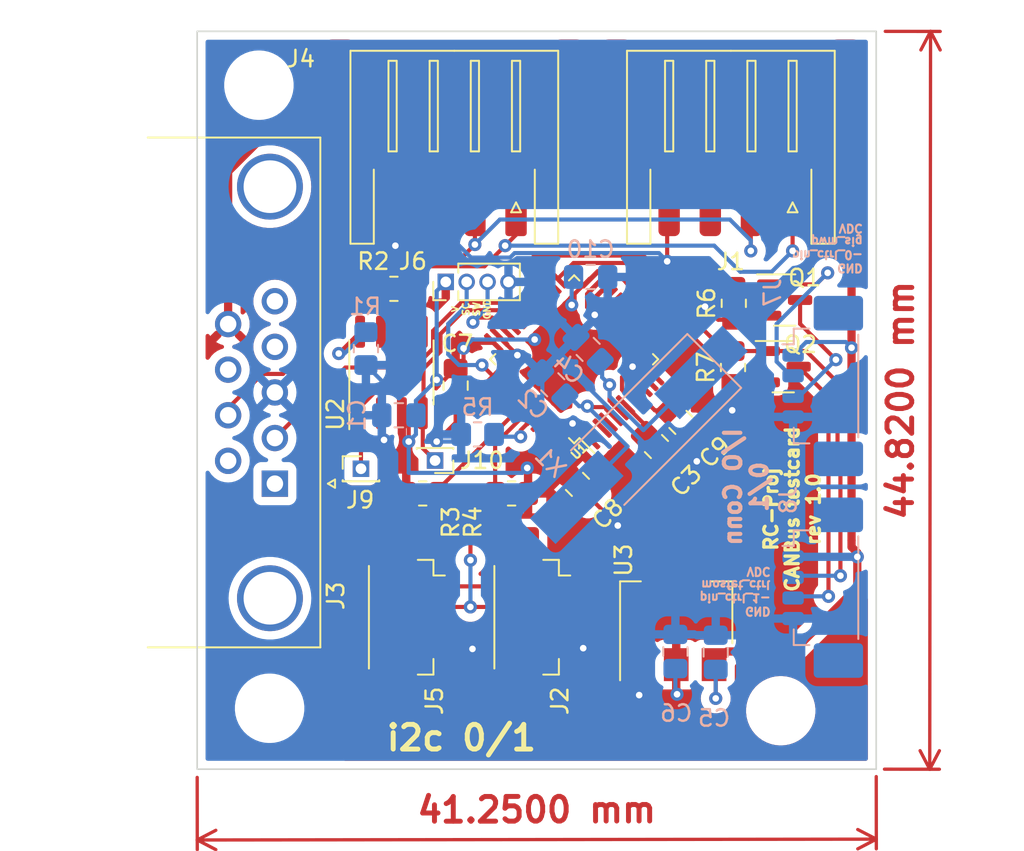
<source format=kicad_pcb>
(kicad_pcb (version 20211014) (generator pcbnew)
  (title_block (title "RC-Project CAN-Card") (date "2022-11-04") (rev "1.0") (company "Max-IT AS") (comment 1 "Asbjørn Stokka") (comment 2 "Bachelor project"))
  (layers (0 "F.Cu" signal) (31 "B.Cu" signal) (34 "B.Paste" user) (35 "F.Paste" user) (36 "B.SilkS" user "B.Silkscreen") (37 "F.SilkS" user "F.Silkscreen") (38 "B.Mask" user) (39 "F.Mask" user) (44 "Edge.Cuts" user))
  (net 0 "")
  (net 1 "GND")
  (net 2 "+3V3")
  (net 3 "/SCL")
  (net 4 "/SDA")
  (net 6 "/CANL")
  (net 10 "/CANH")
  (net 12 "VSS")
  (net 13 "Net-(R1-Pad2)")
  (net 18 "Net-(U1-Pad5)")
  (net 19 "Net-(U1-Pad7)")
  (net 20 "Net-(U1-Pad6)")
  (net 34 "VDC")
  (net 35 "Net-(U1-Pad44)")
  (net 40 "/mosfet_control")
  (net 41 "/pwm_sig_out")
  (net 43 "/SWDIO")
  (net 44 "/SWCLK")
  (net 49 "/pin_ctrl_0-")
  (net 50 "/pin_ctrl_1-")
  (net 53 "/STM_can_Tx")
  (net 54 "/STM_can_Rx")
  (footprint "Resistor_SMD:R_0805_2012Metric_Pad1.20x1.40mm_HandSolder" (layer "F.Cu") (at 162.75 76.3 90)
    (fp_text reference "R7")
    (fp_text value "10K")
  )
  (footprint "Resistor_SMD:R_0805_2012Metric_Pad1.20x1.40mm_HandSolder" (layer "F.Cu") (at 149.3 83.95)
    (fp_text reference "R4")
    (fp_text value "10K")
  )
  (footprint "Connector_PinHeader_1.27mm:PinHeader_1x01_P1.27mm_Vertical" (layer "F.Cu") (at 140.15 82.45)
    (fp_text reference "J9")
    (fp_text value "Conn_01x01")
  )
  (footprint "Connector_Dsub:DSUB-9_Female_Horizontal_P2.77x2.84mm_EdgePinOffset4.94mm_Housed_MountingHolesOffset7.48mm" (layer "F.Cu") (at 134.92 83.355 -90)
    (fp_text reference "J3")
    (fp_text value "Conn_01x09_Shielded")
  )
  (footprint "Resistor_SMD:R_0805_2012Metric_Pad1.20x1.40mm_HandSolder" (layer "F.Cu") (at 142.15 71.52)
    (fp_text reference "R2")
    (fp_text value "120")
  )
  (footprint "Resistor_SMD:R_0805_2012Metric_Pad1.20x1.40mm_HandSolder" (layer "F.Cu") (at 162.7975 72.4 90)
    (fp_text reference "R6")
    (fp_text value "10K")
  )
  (footprint "Package_SO:SOIC-8_3.9x4.9mm_P1.27mm" (layer "F.Cu") (at 142 76.6 90)
    (fp_text reference "U2")
    (fp_text value "MCP2551-I-SN")
  )
  (footprint "Capacitor_SMD:C_0805_2012Metric_Pad1.18x1.45mm_HandSolder" (layer "F.Cu") (at 153.3 83.4 135)
    (fp_text reference "C8")
    (fp_text value "100nF")
  )
  (footprint "Connector_PinHeader_1.27mm:PinHeader_1x01_P1.27mm_Vertical" (layer "F.Cu") (at 144.65 81.95 180)
    (fp_text reference "J10")
    (fp_text value "Conn_01x01")
  )
  (footprint "Connector_Molex:Molex_PicoBlade_53398-0471_1x04-1MP_P1.25mm_Vertical" (layer "F.Cu") (at 150.9625 91.47 -90)
    (fp_text reference "J2")
    (fp_text value "Conn_01x04")
  )
  (footprint "Capacitor_SMD:C_0805_2012Metric_Pad1.18x1.45mm_HandSolder" (layer "F.Cu") (at 159.583623 79.633623 135)
    (fp_text reference "C9")
    (fp_text value "100nF")
  )
  (footprint "MountingHole:MountingHole_3.2mm_M3" (layer "F.Cu") (at 134.6 97)
    (fp_text reference "H3" hide)
    (fp_text value "MountingHole")
  )
  (footprint "Package_TO_SOT_SMD:SOT-23" (layer "F.Cu") (at 165.8 76.25)
    (fp_text reference "Q2")
    (fp_text value "IRLML2030TRPBF")
  )
  (footprint "Connector_PinHeader_1.27mm:PinHeader_1x04_P1.27mm_Vertical" (layer "F.Cu") (at 145.3 71.1 90)
    (fp_text reference "J6")
    (fp_text value "Conn_01x04")
  )
  (footprint "Package_TO_SOT_SMD:SOT-23" (layer "F.Cu") (at 165.8875 72.2)
    (fp_text reference "Q1")
    (fp_text value "IRLML2030TRPBF")
  )
  (footprint "project_lib:JST_XH_S4B-XH-A-1_1x04_P2.50mm_Horizontal-SMD" (layer "F.Cu") (at 166.37 64.77 180)
    (fp_text reference "J1")
    (fp_text value "Conn_01x04")
  )
  (footprint "Connector_Molex:Molex_PicoBlade_53398-0471_1x04-1MP_P1.25mm_Vertical" (layer "F.Cu") (at 143.3425 91.47 -90)
    (fp_text reference "J5")
    (fp_text value "Conn_01x04")
  )
  (footprint "Capacitor_SMD:C_0805_2012Metric_Pad1.18x1.45mm_HandSolder" (layer "F.Cu") (at 158.1 81.1 135)
    (fp_text reference "C3")
    (fp_text value "0.1uF")
  )
  (footprint "Package_TO_SOT_SMD:SOT-223" (layer "F.Cu") (at 159.3 91.2 90)
    (fp_text reference "U3")
    (fp_text value "TLV1117-33")
  )
  (footprint "Resistor_SMD:R_0805_2012Metric_Pad1.20x1.40mm_HandSolder" (layer "F.Cu") (at 143.9 83.95 180)
    (fp_text reference "R3")
    (fp_text value "10K")
  )
  (footprint "MountingHole:MountingHole_3.2mm_M3" (layer "F.Cu") (at 165.65 97.15)
    (fp_text reference "H1" hide)
    (fp_text value "MountingHole")
  )
  (footprint "MountingHole:MountingHole_3.2mm_M3" (layer "F.Cu") (at 133.95 59.15)
    (fp_text reference "H2" hide)
    (fp_text value "MountingHole")
  )
  (footprint "Package_QFP:LQFP-48_7x7mm_P0.5mm" (layer "F.Cu") (at 153.1 75.8 135)
    (fp_text reference "U1")
    (fp_text value "STM32F103C6Tx")
  )
  (footprint "Capacitor_SMD:C_0805_2012Metric_Pad1.18x1.45mm_HandSolder" (layer "F.Cu") (at 145.9 77.4 90)
    (fp_text reference "C7")
    (fp_text value "100nF")
  )
  (footprint "project_lib:JST_XH_S4B-XH-A-1_1x04_P2.50mm_Horizontal-SMD" (layer "F.Cu") (at 149.57 64.77 180)
    (fp_text reference "J4")
    (fp_text value "Conn_01x04")
  )
  (footprint "Capacitor_SMD:C_0805_2012Metric_Pad1.18x1.45mm_HandSolder" (layer "B.Cu") (at 161.7 93.6 -90)
    (fp_text reference "C5")
    (fp_text value "100nF")
  )
  (footprint "Connector_Molex:Molex_PicoBlade_53398-0471_1x04-1MP_P1.25mm_Vertical" (layer "B.Cu") (at 167.65 89.675 -90)
    (fp_text reference "J8")
    (fp_text value "Conn_01x04")
  )
  (footprint "Capacitor_SMD:C_0805_2012Metric_Pad1.18x1.45mm_HandSolder" (layer "B.Cu") (at 151.8 77.35 -45)
    (fp_text reference "C2")
    (fp_text value "10pF")
  )
  (footprint "Capacitor_SMD:C_0805_2012Metric_Pad1.18x1.45mm_HandSolder" (layer "B.Cu") (at 154.1 70.8 180)
    (fp_text reference "C10")
    (fp_text value "100nF")
  )
  (footprint "Capacitor_SMD:C_0805_2012Metric_Pad1.18x1.45mm_HandSolder" (layer "B.Cu") (at 142.45 79.2)
    (fp_text reference "C1")
    (fp_text value "0.1uF")
  )
  (footprint "project_lib:Crystal_SMD_8mhz_HandSoldering" (layer "B.Cu") (at 157.1 80.3 -135)
    (fp_text reference "X1")
    (fp_text value "8MHz")
  )
  (footprint "Resistor_SMD:R_0805_2012Metric_Pad1.20x1.40mm_HandSolder" (layer "B.Cu") (at 147.235 80.365 180)
    (fp_text reference "R5")
    (fp_text value "10K")
  )
  (footprint "Connector_Molex:Molex_PicoBlade_53398-0471_1x04-1MP_P1.25mm_Vertical" (layer "B.Cu") (at 167.65 77.425 -90)
    (fp_text reference "J7")
    (fp_text value "Conn_01x04")
  )
  (footprint "Resistor_SMD:R_0805_2012Metric_Pad1.20x1.40mm_HandSolder" (layer "B.Cu") (at 140.45 75.15 90)
    (fp_text reference "R1")
    (fp_text value "1K")
  )
  (footprint "Capacitor_SMD:C_0805_2012Metric_Pad1.18x1.45mm_HandSolder" (layer "B.Cu") (at 159.25 93.55 -90)
    (fp_text reference "C6")
    (fp_text value "100nF")
  )
  (footprint "Capacitor_SMD:C_0805_2012Metric_Pad1.18x1.45mm_HandSolder" (layer "B.Cu") (at 153.95 75.2 -45)
    (fp_text reference "C4")
    (fp_text value "10pF")
  )
  (gr_rect (start 171.45 55.88) (end 130.2 100.7) (layer "Edge.Cuts") (width 0.1) (fill none))
  (gr_text "GND\npin_ctrl_0-\npwm_sig\nVDC" (at 170.7 69.05 180) (layer "B.SilkS") (effects (font (size 0.5 0.5) (thickness 0.125)) (justify right mirror)))
  (gr_text "I/O Conn\n0/1" (at 163.55 83.55 90) (layer "B.SilkS") (effects (font (size 1 1) (thickness 0.25)) (justify mirror)))
  (gr_text "GND\npin_ctrl_1-\nmosfet_ctrl\nVDC" (at 165.1 89.9 180) (layer "B.SilkS") (effects (font (size 0.5 0.5) (thickness 0.125)) (justify right mirror)))
  (gr_text "i2c 0/1" (at 146.25 98.8) (layer "F.SilkS") (effects (font (size 1.5 1.5) (thickness 0.3))))
  (gr_text "V\nSC\nSW\nGND" (at 146.85 72.75 90) (layer "F.SilkS") (effects (font (size 0.4 0.4) (thickness 0.1))))
  (gr_text "RC-Proj\nCANBus testcard\nrev 1.0" (at 166.35 84.9 90) (layer "F.SilkS") (effects (font (size 0.8 0.8) (thickness 0.2))))
  (dimension (type aligned) (layer "F.Cu") (pts (xy 171.5 55.88) (xy 171.45 100.7)) (height -3.249886) (gr_text "44,8200 mm" (at 172.924885 78.291617 89.93608238) (layer "F.Cu") (effects (font (size 1.5 1.5) (thickness 0.3)))) (format (units 3) (units_format 1) (precision 4)) (style (thickness 0.2) (arrow_length 1.27) (text_position_mode 0) (extension_height 0.58642) (extension_offset 0.5) keep_text_aligned))
  (dimension (type aligned) (layer "F.Cu") (pts (xy 171.45 100.65) (xy 130.2 100.7)) (height -4.300602) (gr_text "41,2500 mm" (at 150.828031 103.1756 0.0694493957) (layer "F.Cu") (effects (font (size 1.5 1.5) (thickness 0.3)))) (format (units 3) (units_format 1) (precision 4)) (style (thickness 0.2) (arrow_length 1.27) (text_position_mode 0) (extension_height 0.58642) (extension_offset 0.5) keep_text_aligned))
  (segment (start 145.9 79.65) (end 144.75 80.8) (width 0.25) (layer "F.Cu") (net 1))
  (segment (start 153.884404 71.833616) (end 154.452342 71.265678) (width 0.25) (layer "F.Cu") (net 1))
  (segment (start 148.565678 74.447658) (end 148.565678 74.465678) (width 0.25) (layer "F.Cu") (net 1))
  (segment (start 141.515 80.665) (end 141.55 80.7) (width 0.25) (layer "F.Cu") (net 1))
  (segment (start 162.75 77.3) (end 162.75 78.85) (width 0.25) (layer "F.Cu") (net 1))
  (segment (start 156.005724 77.645064) (end 156.573662 78.213002) (width 0.25) (layer "F.Cu") (net 1))
  (segment (start 152.2125 93.345) (end 153.645 93.345) (width 0.25) (layer "F.Cu") (net 1))
  (segment (start 158.75 66.19) (end 158.75 69.85) (width 0.25) (layer "F.Cu") (net 1))
  (segment (start 160.317246 80.932754) (end 159.9 81.35) (width 0.25) (layer "F.Cu") (net 1))
  (segment (start 164.8625 77.2) (end 162.85 77.2) (width 0.25) (layer "F.Cu") (net 1))
  (segment (start 146.9225 93.395) (end 152.1625 93.395) (width 0.25) (layer "F.Cu") (net 1))
  (segment (start 159.9 81.35) (end 160.55 82) (width 0.25) (layer "F.Cu") (net 1))
  (segment (start 157 94.35) (end 157 96.15) (width 0.25) (layer "F.Cu") (net 1))
  (segment (start 162.7975 73.4) (end 161.85 73.4) (width 0.25) (layer "F.Cu") (net 1))
  (segment (start 157 96.15) (end 157.05 96.2) (width 0.25) (layer "F.Cu") (net 1))
  (segment (start 152.1625 93.395) (end 152.2125 93.345) (width 0.25) (layer "F.Cu") (net 1))
  (segment (start 158.87 66.07) (end 158.75 66.19) (width 0.25) (layer "F.Cu") (net 1))
  (segment (start 156.64793 76.24793) (end 156.005724 76.890136) (width 0.25) (layer "F.Cu") (net 1))
  (segment (start 154.35 73.1) (end 153.884404 72.634404) (width 0.25) (layer "F.Cu") (net 1))
  (segment (start 162.85 77.2) (end 162.75 77.3) (width 0.25) (layer "F.Cu") (net 1))
  (segment (start 163.0475 73.15) (end 162.7975 73.4) (width 0.25) (layer "F.Cu") (net 1))
  (segment (start 154.033623 84.133623) (end 154.033623 84.183623) (width 0.25) (layer "F.Cu") (net 1))
  (segment (start 142.07 68.73) (end 142.07 66.07) (width 0.25) (layer "F.Cu") (net 1))
  (segment (start 159.05 81.35) (end 159.9 81.35) (width 0.25) (layer "F.Cu") (net 1))
  (segment (start 144.6425 93.395) (end 144.5925 93.345) (width 0.25) (layer "F.Cu") (net 1))
  (segment (start 152.38405 79.69793) (end 151.747658 80.334322) (width 0.25) (layer "F.Cu") (net 1))
  (segment (start 154.033623 84.183623) (end 155.75 85.9) (width 0.25) (layer "F.Cu") (net 1))
  (segment (start 156.005724 76.890136) (end 156.005724 77.645064) (width 0.25) (layer "F.Cu") (net 1))
  (segment (start 148.565678 74.465678) (end 149.65 75.55) (width 0.25) (layer "F.Cu") (net 1))
  (segment (start 141.515 79.075) (end 141.515 80.665) (width 0.25) (layer "F.Cu") (net 1))
  (segment (start 142.24 68.9) (end 142.07 68.73) (width 0.25) (layer "F.Cu") (net 1))
  (segment (start 145.9 78.4375) (end 145.9 79.65) (width 0.25) (layer "F.Cu") (net 1))
  (segment (start 162.75 78.85) (end 162.7 78.9) (width 0.25) (layer "F.Cu") (net 1))
  (segment (start 153.00207 79.69793) (end 152.38405 79.69793) (width 0.25) (layer "F.Cu") (net 1))
  (segment (start 153.645 93.345) (end 153.65 93.35) (width 0.25) (layer "F.Cu") (net 1))
  (segment (start 160.317246 80.367246) (end 160.317246 80.932754) (width 0.25) (layer "F.Cu") (net 1))
  (segment (start 161.85 73.4) (end 161.05 72.6) (width 0.25) (layer "F.Cu") (net 1))
  (segment (start 153.884404 72.634404) (end 153.884404 71.833616) (width 0.25) (layer "F.Cu") (net 1))
  (segment (start 164.95 73.15) (end 163.0475 73.15) (width 0.25) (layer "F.Cu") (net 1))
  (segment (start 146.9225 93.395) (end 144.6425 93.395) (width 0.25) (layer "F.Cu") (net 1))
  (via (at 153.65 93.35) (size 0.8) (drill 0.4) (layers "F.Cu" "B.Cu") (net 1))
  (via (at 162.7 78.9) (size 0.8) (drill 0.4) (layers "F.Cu" "B.Cu") (net 1))
  (via (at 153.00207 79.69793) (size 0.8) (drill 0.4) (layers "F.Cu" "B.Cu") (net 1))
  (via (at 161.05 72.6) (size 0.8) (drill 0.4) (layers "F.Cu" "B.Cu") (net 1))
  (via (at 155.75 85.9) (size 0.8) (drill 0.4) (layers "F.Cu" "B.Cu") (net 1))
  (via (at 158.75 69.85) (size 0.8) (drill 0.4) (layers "F.Cu" "B.Cu") (net 1))
  (via (at 142.24 68.9) (size 0.8) (drill 0.4) (layers "F.Cu" "B.Cu") (net 1))
  (via (at 141.55 80.7) (size 0.8) (drill 0.4) (layers "F.Cu" "B.Cu") (net 1))
  (via (at 154.35 73.1) (size 0.8) (drill 0.4) (layers "F.Cu" "B.Cu") (net 1))
  (via (at 156.64793 76.24793) (size 0.8) (drill 0.4) (layers "F.Cu" "B.Cu") (net 1))
  (via (at 160.55 82) (size 0.8) (drill 0.4) (layers "F.Cu" "B.Cu") (net 1))
  (via (at 146.9225 93.395) (size 0.8) (drill 0.4) (layers "F.Cu" "B.Cu") (net 1))
  (via (at 149.65 75.55) (size 0.8) (drill 0.4) (layers "F.Cu" "B.Cu") (net 1))
  (via (at 144.75 80.8) (size 0.8) (drill 0.4) (layers "F.Cu" "B.Cu") (net 1))
  (via (at 157.05 96.2) (size 0.8) (drill 0.4) (layers "F.Cu" "B.Cu") (net 1))
  (segment (start 152.34793 79.69793) (end 151.166377 78.516377) (width 0.25) (layer "B.Cu") (net 1))
  (segment (start 146.114695 68.9) (end 146.837195 69.6225) (width 0.25) (layer "B.Cu") (net 1))
  (segment (start 141.55 77.25) (end 140.45 76.15) (width 0.25) (layer "B.Cu") (net 1))
  (segment (start 153.00207 79.69793) (end 152.34793 79.69793) (width 0.25) (layer "B.Cu") (net 1))
  (segment (start 142.24 68.9) (end 146.114695 68.9) (width 0.25) (layer "B.Cu") (net 1))
  (segment (start 151.166377 78.516377) (end 151.166377 76.416377) (width 0.25) (layer "B.Cu") (net 1))
  (segment (start 158.75 70.3) (end 158.75 69.85) (width 0.25) (layer "B.Cu") (net 1))
  (segment (start 149.482805 69.3475) (end 158.2475 69.3475) (width 0.25) (layer "B.Cu") (net 1))
  (segment (start 146.837195 69.6225) (end 149.207805 69.6225) (width 0.25) (layer "B.Cu") (net 1))
  (segment (start 158.2475 69.3475) (end 158.75 69.85) (width 0.25) (layer "B.Cu") (net 1))
  (segment (start 149.207805 69.6225) (end 149.482805 69.3475) (width 0.25) (layer "B.Cu") (net 1))
  (segment (start 153.85 77.4) (end 157.7 81.25) (width 0.25) (layer "B.Cu") (net 1))
  (segment (start 145.8 80.8) (end 146.235 80.365) (width 0.25) (layer "B.Cu") (net 1))
  (segment (start 161.05 72.6) (end 158.75 70.3) (width 0.25) (layer "B.Cu") (net 1))
  (segment (start 141.55 80.7) (end 141.55 77.25) (width 0.25) (layer "B.Cu") (net 1))
  (segment (start 144.75 80.8) (end 145.8 80.8) (width 0.25) (layer "B.Cu") (net 1))
  (segment (start 152.95 72) (end 152.95 72.5) (width 0.25) (layer "F.Cu") (net 2))
  (segment (start 156.959449 77.859449) (end 158 78.9) (width 0.25) (layer "F.Cu") (net 2))
  (segment (start 154.037876 70.912124) (end 153.2 71.75) (width 0.25) (layer "F.Cu") (net 2))
  (segment (start 150.25 82.4) (end 150.25 83.9) (width 0.25) (layer "F.Cu") (net 2))
  (segment (start 152.3 82.4) (end 152.566377 82.666377) (width 0.25) (layer "F.Cu") (net 2))
  (segment (start 142.9 83.95) (end 142.9 80.95) (width 0.25) (layer "F.Cu") (net 2))
  (segment (start 143.05 80.8) (end 143.05 79.34) (width 0.25) (layer "F.Cu") (net 2))
  (segment (start 154.098788 70.912124) (end 154.037876 70.912124) (width 0.25) (layer "F.Cu") (net 2))
  (segment (start 143.05 79.34) (end 142.785 79.075) (width 0.25) (layer "F.Cu") (net 2))
  (segment (start 150.7 74.6) (end 150.85 74.6) (width 0.25) (layer "F.Cu") (net 2))
  (segment (start 146.709784 74.801212) (end 148.212124 74.801212) (width 0.25) (layer "F.Cu") (net 2))
  (segment (start 146.380498 75.882002) (end 145.9 76.3625) (width 0.25) (layer "F.Cu") (net 2))
  (segment (start 159.3 94.35) (end 159.3 96.1) (width 0.25) (layer "F.Cu") (net 2))
  (segment (start 142.9 80.95) (end 143.05 80.8) (width 0.25) (layer "F.Cu") (net 2))
  (segment (start 145.2125 77.05) (end 145.9 76.3625) (width 0.25) (layer "F.Cu") (net 2))
  (segment (start 146.380498 75.130498) (end 146.709784 74.801212) (width 0.25) (layer "F.Cu") (net 2))
  (segment (start 144.75 77.05) (end 145.2125 77.05) (width 0.25) (layer "F.Cu") (net 2))
  (segment (start 159.3 96.1) (end 159.35 96.15) (width 0.25) (layer "F.Cu") (net 2))
  (segment (start 152.101212 80.687876) (end 152.101212 82.201212) (width 0.25) (layer "F.Cu") (net 2))
  (segment (start 150.25 82.4) (end 152.3 82.4) (width 0.25) (layer "F.Cu") (net 2))
  (segment (start 150.85 74.6) (end 152.95 72.5) (width 0.25) (layer "F.Cu") (net 2))
  (segment (start 153.2 71.75) (end 152.95 72) (width 0.25) (layer "F.Cu") (net 2))
  (segment (start 156.927215 77.859449) (end 156.959449 77.859449) (width 0.25) (layer "F.Cu") (net 2))
  (segment (start 150.25 83.9) (end 150.3 83.95) (width 0.25) (layer "F.Cu") (net 2))
  (segment (start 152.101212 82.201212) (end 152.566377 82.666377) (width 0.25) (layer "F.Cu") (net 2))
  (segment (start 146.380498 75.130498) (end 146.380498 75.882002) (width 0.25) (layer "F.Cu") (net 2))
  (segment (start 158 78.9) (end 158.85 78.9) (width 0.25) (layer "F.Cu") (net 2))
  (via (at 143.05 80.8) (size 0.8) (drill 0.4) (layers "F.Cu" "B.Cu") (net 2))
  (via (at 150.7 74.6) (size 0.8) (drill 0.4) (layers "F.Cu" "B.Cu") (net 2))
  (via (at 152.95 72.5) (size 0.8) (drill 0.4) (layers "F.Cu" "B.Cu") (net 2))
  (via (at 159.35 96.15) (size 0.8) (drill 0.4) (layers "F.Cu" "B.Cu") (net 2))
  (via (at 144.75 77.05) (size 0.8) (drill 0.4) (layers "F.Cu" "B.Cu") (net 2))
  (via (at 146.380498 75.130498) (size 0.8) (drill 0.4) (layers "F.Cu" "B.Cu") (net 2))
  (via (at 150.25 82.4) (size 0.8) (drill 0.4) (layers "F.Cu" "B.Cu") (net 2))
  (segment (start 143.4875 80.3625) (end 143.05 80.8) (width 0.25) (layer "B.Cu") (net 2))
  (segment (start 149.95 82.7) (end 150.25 82.4) (width 0.25) (layer "B.Cu") (net 2))
  (segment (start 143.05 82.7) (end 149.95 82.7) (width 0.25) (layer "B.Cu") (net 2))
  (segment (start 143.4875 78.3125) (end 144.75 77.05) (width 0.25) (layer "B.Cu") (net 2))
  (segment (start 146.910996 74.6) (end 150.7 74.6) (width 0.25) (layer "B.Cu") (net 2))
  (segment (start 143.4875 79.2) (end 143.4875 80.3625) (width 0.25) (layer "B.Cu") (net 2))
  (segment (start 159.25 96.05) (end 159.35 96.15) (width 0.25) (layer "B.Cu") (net 2))
  (segment (start 152.95 70.9125) (end 153.0625 70.8) (width 0.25) (layer "B.Cu") (net 2))
  (segment (start 159.25 94.5875) (end 159.25 96.05) (width 0.25) (layer "B.Cu") (net 2))
  (segment (start 145.3 71.1) (end 144.75 71.65) (width 0.25) (layer "B.Cu") (net 2))
  (segment (start 143.05 80.8) (end 143.05 82.7) (width 0.25) (layer "B.Cu") (net 2))
  (segment (start 144.75 71.65) (end 144.75 77.05) (width 0.25) (layer "B.Cu") (net 2))
  (segment (start 146.380498 75.130498) (end 146.910996 74.6) (width 0.25) (layer "B.Cu") (net 2))
  (segment (start 152.95 72.5) (end 152.95 70.9125) (width 0.25) (layer "B.Cu") (net 2))
  (segment (start 143.4875 79.2) (end 143.4875 78.3125) (width 0.25) (layer "B.Cu") (net 2))
  (segment (start 144.9 89.2875) (end 144.5925 89.595) (width 0.25) (layer "F.Cu") (net 3))
  (segment (start 149.979891 78.566555) (end 144.9 83.646446) (width 0.25) (layer "F.Cu") (net 3))
  (segment (start 152.2125 89.595) (end 152.34 89.595) (width 0.25) (layer "F.Cu") (net 3))
  (segment (start 144.9 83.95) (end 144.9 89.2875) (width 0.25) (layer "F.Cu") (net 3))
  (segment (start 144.9 83.646446) (end 144.9 83.95) (width 0.25) (layer "F.Cu") (net 3))
  (segment (start 144.5625 89.565) (end 144.5925 89.595) (width 0.25) (layer "F.Cu") (net 3))
  (segment (start 144.5925 89.595) (end 152.2125 89.595) (width 0.25) (layer "F.Cu") (net 3))
  (segment (start 144.5925 90.845) (end 146.795 90.845) (width 0.25) (layer "F.Cu") (net 4))
  (segment (start 146.795 90.845) (end 152.2125 90.845) (width 0.25) (layer "F.Cu") (net 4))
  (segment (start 148.3 84.05) (end 147.2 85.15) (width 0.25) (layer "F.Cu") (net 4))
  (segment (start 148.3 83.95) (end 148.3 84.05) (width 0.25) (layer "F.Cu") (net 4))
  (segment (start 147.2 85.15) (end 146.8 85.55) (width 0.25) (layer "F.Cu") (net 4))
  (segment (start 148.3 83.95) (end 148.3 80.953554) (width 0.25) (layer "F.Cu") (net 4))
  (segment (start 146.8 85.55) (end 146.8 88) (width 0.25) (layer "F.Cu") (net 4))
  (segment (start 144.5825 90.835) (end 144.5925 90.845) (width 0.25) (layer "F.Cu") (net 4))
  (segment (start 148.3 80.953554) (end 150.333445 78.920109) (width 0.25) (layer "F.Cu") (net 4))
  (via (at 146.795 90.845) (size 0.8) (drill 0.4) (layers "F.Cu" "B.Cu") (net 4))
  (via (at 146.8 88) (size 0.8) (drill 0.4) (layers "F.Cu" "B.Cu") (net 4))
  (segment (start 146.8 88) (end 146.8 90.84) (width 0.25) (layer "B.Cu") (net 4))
  (segment (start 146.8 90.84) (end 146.795 90.845) (width 0.25) (layer "B.Cu") (net 4))
  (segment (start 142.785 74.125) (end 142.75 74.16) (width 0.25) (layer "F.Cu") (net 6))
  (segment (start 142.75 74.16) (end 142.75 75.7) (width 0.25) (layer "F.Cu") (net 6))
  (segment (start 142.75 75.7) (end 142.15 76.3) (width 0.25) (layer "F.Cu") (net 6))
  (segment (start 143.15 70.55) (end 143.55 70.15) (width 0.25) (layer "F.Cu") (net 6))
  (segment (start 149.57 66.07) (end 149.57 68.235) (width 0.25) (layer "F.Cu") (net 6))
  (segment (start 142.785 74.125) (end 143.15 73.76) (width 0.25) (layer "F.Cu") (net 6))
  (segment (start 143.15 73.76) (end 143.15 71.52) (width 0.25) (layer "F.Cu") (net 6))
  (segment (start 142.15 76.3) (end 139.205 76.3) (width 0.25) (layer "F.Cu") (net 6))
  (segment (start 147.655 70.15) (end 148.9075 68.8975) (width 0.25) (layer "F.Cu") (net 6))
  (segment (start 143.55 70.15) (end 147.655 70.15) (width 0.25) (layer "F.Cu") (net 6))
  (segment (start 143.15 71.52) (end 143.15 70.55) (width 0.25) (layer "F.Cu") (net 6))
  (segment (start 149.57 68.235) (end 148.9075 68.8975) (width 0.25) (layer "F.Cu") (net 6))
  (segment (start 139.205 76.3) (end 134.92 80.585) (width 0.25) (layer "F.Cu") (net 6))
  (segment (start 166.37 69.215) (end 166.37 66.07) (width 0.25) (layer "F.Cu") (net 6))
  (via (at 148.9075 68.8975) (size 0.8) (drill 0.4) (layers "F.Cu" "B.Cu") (net 6))
  (via (at 166.37 69.215) (size 0.8) (drill 0.4) (layers "F.Cu" "B.Cu") (net 6))
  (segment (start 165.1 70.485) (end 166.37 69.215) (width 0.25) (layer "B.Cu") (net 6))
  (segment (start 148.9075 68.8975) (end 161.6075 68.8975) (width 0.25) (layer "B.Cu") (net 6))
  (segment (start 161.6075 68.8975) (end 163.195 70.485) (width 0.25) (layer "B.Cu") (net 6))
  (segment (start 163.195 70.485) (end 165.1 70.485) (width 0.25) (layer "B.Cu") (net 6))
  (segment (start 132.08 79.2) (end 132.275 79.395) (width 0.25) (layer "F.Cu") (net 10))
  (segment (start 163.83 69.215) (end 163.83 66.11) (width 0.25) (layer "F.Cu") (net 10))
  (segment (start 147.07 68.83) (end 146.32 69.58) (width 0.25) (layer "F.Cu") (net 10))
  (segment (start 146.32 69.58) (end 143.09 69.58) (width 0.25) (layer "F.Cu") (net 10))
  (segment (start 147.07 66.07) (end 147.07 68.83) (width 0.25) (layer "F.Cu") (net 10))
  (segment (start 141.515 74.125) (end 141.515 71.885) (width 0.25) (layer "F.Cu") (net 10))
  (segment (start 132.08 78.77) (end 132.08 79.2) (width 0.25) (layer "F.Cu") (net 10))
  (segment (start 143.09 69.58) (end 141.15 71.52) (width 0.25) (layer "F.Cu") (net 10))
  (segment (start 134.16 76.69) (end 132.08 78.77) (width 0.25) (layer "F.Cu") (net 10))
  (segment (start 163.83 66.11) (end 163.87 66.07) (width 0.25) (layer "F.Cu") (net 10))
  (segment (start 140.58 71.52) (end 135.41 76.69) (width 0.25) (layer "F.Cu") (net 10))
  (segment (start 135.41 76.69) (end 134.16 76.69) (width 0.25) (layer "F.Cu") (net 10))
  (segment (start 141.15 71.52) (end 140.58 71.52) (width 0.25) (layer "F.Cu") (net 10))
  (via (at 163.83 69.215) (size 0.8) (drill 0.4) (layers "F.Cu" "B.Cu") (net 10))
  (via (at 147.07 68.83) (size 0.8) (drill 0.4) (layers "F.Cu" "B.Cu") (net 10))
  (segment (start 147.07 68.83) (end 148.59 67.31) (width 0.25) (layer "B.Cu") (net 10))
  (segment (start 148.59 67.31) (end 162.56 67.31) (width 0.25) (layer "B.Cu") (net 10))
  (segment (start 162.56 67.31) (end 163.83 68.58) (width 0.25) (layer "B.Cu") (net 10))
  (segment (start 163.83 68.58) (end 163.83 69.215) (width 0.25) (layer "B.Cu") (net 10))
  (segment (start 140.245 74.125) (end 140.125 74.125) (width 0.25) (layer "F.Cu") (net 13))
  (segment (start 140.125 74.125) (end 138.8 75.45) (width 0.25) (layer "F.Cu") (net 13))
  (via (at 138.8 75.45) (size 0.8) (drill 0.4) (layers "F.Cu" "B.Cu") (net 13))
  (segment (start 139.15 75.45) (end 140.45 74.15) (width 0.25) (layer "B.Cu") (net 13))
  (segment (start 138.8 75.45) (end 139.15 75.45) (width 0.25) (layer "B.Cu") (net 13))
  (segment (start 154.945064 78.705724) (end 153.955724 78.705724) (width 0.25) (layer "F.Cu") (net 18))
  (segment (start 153.955724 78.705724) (end 153.9 78.65) (width 0.25) (layer "F.Cu") (net 18))
  (via (at 153.9 78.65) (size 0.8) (drill 0.4) (layers "F.Cu" "B.Cu") (net 18))
  (segment (start 153.4 78.65) (end 152.633623 77.883623) (width 0.25) (layer "B.Cu") (net 18))
  (segment (start 156.343596 81.093596) (end 153.9 78.65) (width 0.25) (layer "B.Cu") (net 18))
  (segment (start 153.259137 84.178056) (end 156.343596 81.093596) (width 0.25) (layer "B.Cu") (net 18))
  (segment (start 153.9 78.65) (end 153.4 78.65) (width 0.25) (layer "B.Cu") (net 18))
  (segment (start 157.500952 79.882754) (end 157.582754 79.882754) (width 0.25) (layer "F.Cu") (net 19))
  (segment (start 156.220109 78.601911) (end 157.500952 79.882754) (width 0.25) (layer "F.Cu") (net 19))
  (segment (start 156.220109 78.566555) (end 156.220109 78.601911) (width 0.25) (layer "F.Cu") (net 19))
  (segment (start 155.25 77.35) (end 155.25 78.303554) (width 0.25) (layer "F.Cu") (net 20))
  (segment (start 155.25 78.303554) (end 155.866555 78.920109) (width 0.25) (layer "F.Cu") (net 20))
  (via (at 155.25 77.35) (size 0.8) (drill 0.4) (layers "F.Cu" "B.Cu") (net 20))
  (segment (start 155.25 77.35) (end 154.8 76.9) (width 0.25) (layer "B.Cu") (net 20))
  (segment (start 157.3 80.1) (end 157.310748 80.1) (width 0.25) (layer "B.Cu") (net 20))
  (segment (start 155.25 78.05) (end 157.3 80.1) (width 0.25) (layer "B.Cu") (net 20))
  (segment (start 157.310748 80.1) (end 160.80524 76.605508) (width 0.25) (layer "B.Cu") (net 20))
  (segment (start 155.25 77.35) (end 155.25 78.05) (width 0.25) (layer "B.Cu") (net 20))
  (segment (start 154.8 76.9) (end 154.8 76.4) (width 0.25) (layer "B.Cu") (net 20))
  (segment (start 162.4 93.55) (end 166.402082 93.55) (width 0.5) (layer "F.Cu") (net 34))
  (segment (start 169.95 64.7) (end 169.95 75.1) (width 0.5) (layer "F.Cu") (net 34))
  (segment (start 170.3 89.652082) (end 170.3 87.8) (width 0.5) (layer "F.Cu") (net 34))
  (segment (start 145.9 63) (end 160.65 63) (width 0.5) (layer "F.Cu") (net 34))
  (segment (start 132.08 64.390176) (end 134.875176 61.595) (width 0.5) (layer "F.Cu") (net 34))
  (segment (start 144.57 66.07) (end 144.57 64.33) (width 0.5) (layer "F.Cu") (net 34))
  (segment (start 169.95 75.1) (end 169.95 86.8) (width 0.5) (layer "F.Cu") (net 34))
  (segment (start 170.3 87.55) (end 170.3 87.8) (width 0.5) (layer "F.Cu") (net 34))
  (segment (start 169.95 87.2) (end 170.3 87.55) (width 0.5) (layer "F.Cu") (net 34))
  (segment (start 134.875176 61.595) (end 144.78 61.595) (width 0.5) (layer "F.Cu") (net 34))
  (segment (start 132.08 73.66) (end 132.08 64.390176) (width 0.5) (layer "F.Cu") (net 34))
  (segment (start 161.29 61.595) (end 161.37 61.675) (width 0.5) (layer "F.Cu") (net 34))
  (segment (start 144.78 61.595) (end 161.29 61.595) (width 0.5) (layer "F.Cu") (net 34))
  (segment (start 160.65 63) (end 161.37 63.72) (width 0.5) (layer "F.Cu") (net 34))
  (segment (start 161.7 94.45) (end 161.6 94.35) (width 0.25) (layer "F.Cu") (net 34))
  (segment (start 161.29 61.595) (end 166.845 61.595) (width 0.5) (layer "F.Cu") (net 34))
  (segment (start 166.402082 93.55) (end 170.3 89.652082) (width 0.5) (layer "F.Cu") (net 34))
  (segment (start 144.57 64.33) (end 145.9 63) (width 0.5) (layer "F.Cu") (net 34))
  (segment (start 144.78 65.86) (end 144.57 66.07) (width 0.5) (layer "F.Cu") (net 34))
  (segment (start 144.78 61.595) (end 144.78 65.86) (width 0.5) (layer "F.Cu") (net 34))
  (segment (start 161.37 63.72) (end 161.37 63.77) (width 0.5) (layer "F.Cu") (net 34))
  (segment (start 161.37 63.77) (end 161.37 66.07) (width 0.5) (layer "F.Cu") (net 34))
  (segment (start 166.845 61.595) (end 169.95 64.7) (width 0.5) (layer "F.Cu") (net 34))
  (segment (start 161.7 96.4) (end 161.7 94.45) (width 0.25) (layer "F.Cu") (net 34))
  (segment (start 169.95 86.8) (end 169.95 87.2) (width 0.5) (layer "F.Cu") (net 34))
  (segment (start 162.4 93.55) (end 161.6 94.35) (width 0.5) (layer "F.Cu") (net 34))
  (via (at 161.7 96.4) (size 0.8) (drill 0.4) (layers "F.Cu" "B.Cu") (net 34))
  (via (at 170.3 87.8) (size 0.8) (drill 0.4) (layers "F.Cu" "B.Cu") (net 34))
  (via (at 169.95 75.1) (size 0.8) (drill 0.4) (layers "F.Cu" "B.Cu") (net 34))
  (segment (start 161.7 94.6375) (end 161.7 96.4) (width 0.25) (layer "B.Cu") (net 34))
  (segment (start 167.2 74.75) (end 169.6 74.75) (width 0.25) (layer "B.Cu") (net 34))
  (segment (start 166.4 75.55) (end 167.2 74.75) (width 0.25) (layer "B.Cu") (net 34))
  (segment (start 169.6 74.75) (end 169.95 75.1) (width 0.25) (layer "B.Cu") (net 34))
  (segment (start 170.3 87.8) (end 166.4 87.8) (width 0.5) (layer "B.Cu") (net 34))
  (segment (start 149.847299 80.113361) (end 149.847299 80.502701) (width 0.25) (layer "F.Cu") (net 35))
  (segment (start 150.686998 79.273662) (end 149.847299 80.113361) (width 0.25) (layer "F.Cu") (net 35))
  (via (at 149.847299 80.502701) (size 0.8) (drill 0.4) (layers "F.Cu" "B.Cu") (net 35))
  (segment (start 149.847299 80.502701) (end 148.372701 80.502701) (width 0.25) (layer "B.Cu") (net 35))
  (segment (start 148.372701 80.502701) (end 148.235 80.365) (width 0.25) (layer "B.Cu") (net 35))
  (segment (start 169.2745 81.4745) (end 169.2745 88.95) (width 0.25) (layer "F.Cu") (net 40))
  (segment (start 169.1 77.203249) (end 169.1 81.1) (width 0.25) (layer "F.Cu") (net 40))
  (segment (start 162.75 75.3) (end 164.8625 75.3) (width 0.25) (layer "F.Cu") (net 40))
  (segment (start 152.101212 70.912124) (end 153.063336 69.95) (width 0.25) (layer "F.Cu") (net 40))
  (segment (start 169 81.2) (end 169.2745 81.4745) (width 0.25) (layer "F.Cu") (net 40))
  (segment (start 169.1 81.1) (end 169 81.2) (width 0.25) (layer "F.Cu") (net 40))
  (segment (start 164.8625 75.3) (end 167.196751 75.3) (width 0.25) (layer "F.Cu") (net 40))
  (segment (start 162.25 75.3) (end 162.75 75.3) (width 0.25) (layer "F.Cu") (net 40))
  (segment (start 156.9 69.95) (end 162.25 75.3) (width 0.25) (layer "F.Cu") (net 40))
  (segment (start 153.063336 69.95) (end 156.9 69.95) (width 0.25) (layer "F.Cu") (net 40))
  (segment (start 167.196751 75.3) (end 169.1 77.203249) (width 0.25) (layer "F.Cu") (net 40))
  (via (at 169.2745 88.95) (size 0.8) (drill 0.4) (layers "F.Cu" "B.Cu") (net 40))
  (segment (start 169.2745 88.95) (end 166.5 88.95) (width 0.25) (layer "B.Cu") (net 40))
  (segment (start 166.5 88.95) (end 166.4 89.05) (width 0.25) (layer "B.Cu") (net 40))
  (segment (start 159.2 71.4) (end 162.7975 71.4) (width 0.25) (layer "F.Cu") (net 41))
  (segment (start 150.65 70.16802) (end 150.65 69.5) (width 0.25) (layer "F.Cu") (net 41))
  (segment (start 150.65 69.5) (end 157.3 69.5) (width 0.25) (layer "F.Cu") (net 41))
  (segment (start 164.95 71.25) (end 167.8 71.25) (width 0.25) (layer "F.Cu") (net 41))
  (segment (start 162.7975 71.4) (end 164.8 71.4) (width 0.25) (layer "F.Cu") (net 41))
  (segment (start 157.3 69.5) (end 159.2 71.4) (width 0.25) (layer "F.Cu") (net 41))
  (segment (start 151.747658 71.265678) (end 150.65 70.16802) (width 0.25) (layer "F.Cu") (net 41))
  (segment (start 164.8 71.4) (end 164.95 71.25) (width 0.25) (layer "F.Cu") (net 41))
  (segment (start 167.8 71.25) (end 168.5 70.55) (width 0.25) (layer "F.Cu") (net 41))
  (via (at 168.5 70.55) (size 0.8) (drill 0.4) (layers "F.Cu" "B.Cu") (net 41))
  (segment (start 165.4 75.942462) (end 165.4 73.65) (width 0.25) (layer "B.Cu") (net 41))
  (segment (start 165.4 73.65) (end 168.5 70.55) (width 0.25) (layer "B.Cu") (net 41))
  (segment (start 166.4 76.8) (end 166.257538 76.8) (width 0.25) (layer "B.Cu") (net 41))
  (segment (start 166.257538 76.8) (end 165.4 75.942462) (width 0.25) (layer "B.Cu") (net 41))
  (segment (start 147.23094 73.26906) (end 146.95 73.55) (width 0.25) (layer "F.Cu") (net 43))
  (segment (start 148.11906 73.26906) (end 148.1 73.26906) (width 0.25) (layer "F.Cu") (net 43))
  (segment (start 148.919231 74.094105) (end 148.919231 74.069231) (width 0.25) (layer "F.Cu") (net 43))
  (segment (start 148.1 73.26906) (end 147.23094 73.26906) (width 0.25) (layer "F.Cu") (net 43))
  (segment (start 148.919231 74.069231) (end 148.11906 73.26906) (width 0.25) (layer "F.Cu") (net 43))
  (via (at 146.95 73.55) (size 0.8) (drill 0.4) (layers "F.Cu" "B.Cu") (net 43))
  (segment (start 147.84 72.66) (end 147.84 71.1) (width 0.25) (layer "B.Cu") (net 43))
  (segment (start 146.95 73.55) (end 147.84 72.66) (width 0.25) (layer "B.Cu") (net 43))
  (segment (start 148.212124 76.798788) (end 148.148788 76.798788) (width 0.25) (layer "F.Cu") (net 44))
  (segment (start 148.148788 76.798788) (end 147.5 76.15) (width 0.25) (layer "F.Cu") (net 44))
  (via (at 147.5 76.15) (size 0.8) (drill 0.4) (layers "F.Cu" "B.Cu") (net 44))
  (segment (start 145.45 75.5) (end 145.45 73.65) (width 0.25) (layer "B.Cu") (net 44))
  (segment (start 146.57 72.53) (end 146.57 71.1) (width 0.25) (layer "B.Cu") (net 44))
  (segment (start 145.45 73.65) (end 146.57 72.53) (width 0.25) (layer "B.Cu") (net 44))
  (segment (start 146.1 76.15) (end 145.45 75.5) (width 0.25) (layer "B.Cu") (net 44))
  (segment (start 147.5 76.15) (end 146.1 76.15) (width 0.25) (layer "B.Cu") (net 44))
  (segment (start 169 75.8245) (end 166.825 73.6495) (width 0.25) (layer "F.Cu") (net 49))
  (segment (start 166.825 73.6495) (end 166.825 72.2) (width 0.25) (layer "F.Cu") (net 49))
  (via (at 169 75.8245) (size 0.8) (drill 0.4) (layers "F.Cu" "B.Cu") (net 49))
  (segment (start 169 75.8245) (end 166.7745 78.05) (width 0.25) (layer "B.Cu") (net 49))
  (segment (start 166.7745 78.05) (end 166.4 78.05) (width 0.25) (layer "B.Cu") (net 49))
  (segment (start 168.55 78.0625) (end 168.55 81.75) (width 0.25) (layer "F.Cu") (net 50))
  (segment (start 168.55 81.75) (end 168.55 90.2) (width 0.25) (layer "F.Cu") (net 50))
  (segment (start 166.7375 76.25) (end 168.55 78.0625) (width 0.25) (layer "F.Cu") (net 50))
  (via (at 168.55 90.2) (size 0.8) (drill 0.4) (layers "F.Cu" "B.Cu") (net 50))
  (segment (start 168.55 90.2) (end 166.5 90.2) (width 0.25) (layer "B.Cu") (net 50))
  (segment (start 166.5 90.2) (end 166.4 90.3) (width 0.25) (layer "B.Cu") (net 50))
  (segment (start 144.53 74.07) (end 144.53 75.146751) (width 0.25) (layer "F.Cu") (net 53))
  (segment (start 144.53 75.146751) (end 141.901751 77.775) (width 0.25) (layer "F.Cu") (net 53))
  (segment (start 140.245 78.548249) (end 140.245 79.075) (width 0.25) (layer "F.Cu") (net 53))
  (segment (start 149.315506 72.36906) (end 146.23094 72.36906) (width 0.25) (layer "F.Cu") (net 53))
  (segment (start 149.979891 73.033445) (end 149.315506 72.36906) (width 0.25) (layer "F.Cu") (net 53))
  (segment (start 140.15 79.13) (end 140.15 82.45) (width 0.25) (layer "F.Cu") (net 53))
  (segment (start 141.901751 77.775) (end 141.018249 77.775) (width 0.25) (layer "F.Cu") (net 53))
  (segment (start 141.018249 77.775) (end 140.245 78.548249) (width 0.25) (layer "F.Cu") (net 53))
  (segment (start 146.23094 72.36906) (end 144.53 74.07) (width 0.25) (layer "F.Cu") (net 53))
  (segment (start 140.095 79.075) (end 140.15 79.13) (width 0.25) (layer "F.Cu") (net 53))
  (segment (start 144.98 75.333147) (end 144.98 74.256396) (width 0.25) (layer "F.Cu") (net 54))
  (segment (start 143.95 76.363147) (end 144.98 75.333147) (width 0.25) (layer "F.Cu") (net 54))
  (segment (start 149.0584 72.81906) (end 149.626338 73.386998) (width 0.25) (layer "F.Cu") (net 54))
  (segment (start 143.905 81.205) (end 144.65 81.95) (width 0.25) (layer "F.Cu") (net 54))
  (segment (start 143.95 78.97) (end 143.95 76.363147) (width 0.25) (layer "F.Cu") (net 54))
  (segment (start 143.905 79.075) (end 143.905 81.205) (width 0.25) (layer "F.Cu") (net 54))
  (segment (start 146.417336 72.81906) (end 149.0584 72.81906) (width 0.25) (layer "F.Cu") (net 54))
  (segment (start 144.98 74.256396) (end 146.417336 72.81906) (width 0.25) (layer "F.Cu") (net 54))
  (segment (start 144.055 79.075) (end 143.95 78.97) (width 0.25) (layer "F.Cu") (net 54))
  (zone (net 2) (net_name "+3V3") (layer "F.Cu") (connect_pads (clearance 0.508)) (min_thickness 0.254) (fill yes (thermal_gap 0.508) (thermal_bridge_width 0.508))
    (polygon (pts (xy 172.72 101.11) (xy 139.065 101.11) (xy 139.065 69.85) (xy 172.72 69.85)))
  )
  (zone (net 12) (net_name "VSS") (layer "F.Cu") (connect_pads (clearance 0.508)) (min_thickness 0.254) (fill yes (thermal_gap 0.508) (thermal_bridge_width 0.508))
    (polygon (pts (xy 172.72 69.215) (xy 172.085 69.215) (xy 138.43 69.215) (xy 138.43 100.965) (xy 128.905 100.965) (xy 128.905 54.61) (xy 172.72 54.61)))
  )
  (zone (net 1) (net_name "GND") (layer "B.Cu") (connect_pads (clearance 0.508)) (min_thickness 0.254) (fill yes (thermal_gap 0.508) (thermal_bridge_width 0.508))
    (polygon (pts (xy 173.381198 101.502598) (xy 129.566198 102.137598) (xy 129.54 53.975) (xy 173.355 53.975)))
  )
)
</source>
